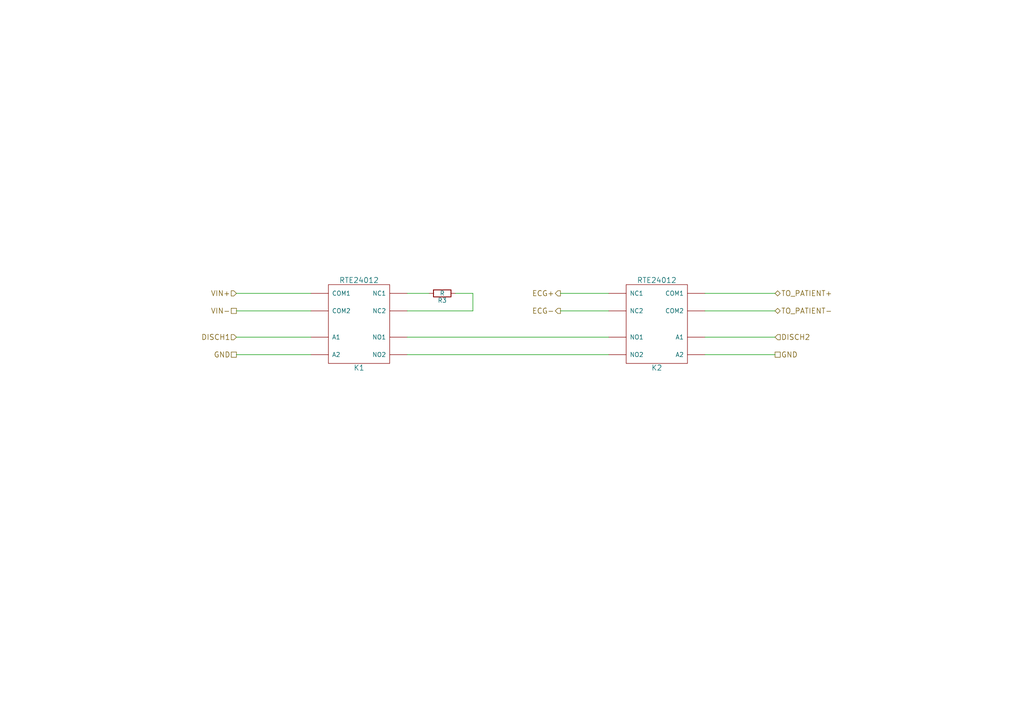
<source format=kicad_sch>
(kicad_sch (version 20231120) (generator "eeschema") (generator_version "8.0")
  (paper "A4")
  (title_block (title "Front End") (date "2016-09-09") (rev "0.1") (comment 1 "AED front end."))
  (lib_symbols
    (symbol "Device:R" (pin_numbers hide) (pin_names (offset 0))
      (property "Reference" "R" (at 2.032 0 90))
      (property "Value" "R" (at 0 0 90))
      (symbol "R_0_1"
        (rectangle (start -1.016 -2.54) (end 1.016 2.54) (stroke (width 0.254)))
      )
      (symbol "R_1_1"
        (pin passive line (at 0 3.81 270) (length 1.27) (name "~") (number "1"))
        (pin passive line (at 0 -3.81 90) (length 1.27) (name "~") (number "2"))
      )
    )
    (symbol "OAED-library:RTE24012" (pin_names (offset 1.016))
      (property "Reference" "K" (at 0 -12.7 0))
      (property "Value" "RTE24012" (at 0 12.7 0))
      (symbol "RTE24012_0_1"
        (rectangle (start -8.89 11.43) (end 8.89 -11.43))
      )
      (symbol "RTE24012_1_1"
        (pin bidirectional line (at -13.97 -3.81 0) (length 5.08) (name "A1") (number "~"))
        (pin bidirectional line (at -13.97 -8.89 0) (length 5.08) (name "A2") (number "~"))
        (pin bidirectional line (at -13.97 8.89 0) (length 5.08) (name "COM1") (number "~"))
        (pin bidirectional line (at -13.97 3.81 0) (length 5.08) (name "COM2") (number "~"))
        (pin bidirectional line (at 13.97 8.89 180) (length 5.08) (name "NC1") (number "~"))
        (pin bidirectional line (at 13.97 3.81 180) (length 5.08) (name "NC2") (number "~"))
        (pin bidirectional line (at 13.97 -3.81 180) (length 5.08) (name "NO1") (number "~"))
        (pin bidirectional line (at 13.97 -8.89 180) (length 5.08) (name "NO2") (number "~"))
      )
    )
  )
  (wire (pts (xy 118.11 97.79) (xy 176.53 97.79)))
  (wire (pts (xy 118.11 90.17) (xy 137.16 90.17)))
  (wire (pts (xy 204.47 85.09) (xy 224.79 85.09)))
  (wire (pts (xy 90.17 90.17) (xy 68.58 90.17)))
  (wire (pts (xy 132.08 85.09) (xy 137.16 85.09)))
  (wire (pts (xy 204.47 90.17) (xy 224.79 90.17)))
  (wire (pts (xy 90.17 97.79) (xy 68.58 97.79)))
  (wire (pts (xy 162.56 85.09) (xy 176.53 85.09)))
  (wire (pts (xy 68.58 102.87) (xy 90.17 102.87)))
  (wire (pts (xy 176.53 102.87) (xy 118.11 102.87)))
  (wire (pts (xy 137.16 85.09) (xy 137.16 90.17)))
  (wire (pts (xy 68.58 85.09) (xy 90.17 85.09)))
  (wire (pts (xy 224.79 97.79) (xy 204.47 97.79)))
  (wire (pts (xy 176.53 90.17) (xy 162.56 90.17)))
  (wire (pts (xy 224.79 102.87) (xy 204.47 102.87)))
  (wire (pts (xy 118.11 85.09) (xy 124.46 85.09)))
  (hierarchical_label "GND" (shape passive) (at 224.79 102.87 0) (effects (font (size 1.524 1.524))))
  (hierarchical_label "DISCH1" (shape input) (at 68.58 97.79 180) (effects (font (size 1.524 1.524))))
  (hierarchical_label "TO_PATIENT+" (shape bidirectional) (at 224.79 85.09 0) (effects (font (size 1.524 1.524))))
  (hierarchical_label "TO_PATIENT-" (shape bidirectional) (at 224.79 90.17 0) (effects (font (size 1.524 1.524))))
  (hierarchical_label "ECG-" (shape output) (at 162.56 90.17 180) (effects (font (size 1.524 1.524))))
  (hierarchical_label "VIN-" (shape passive) (at 68.58 90.17 180) (effects (font (size 1.524 1.524))))
  (hierarchical_label "GND" (shape passive) (at 68.58 102.87 180) (effects (font (size 1.524 1.524))))
  (hierarchical_label "ECG+" (shape output) (at 162.56 85.09 180) (effects (font (size 1.524 1.524))))
  (hierarchical_label "DISCH2" (shape input) (at 224.79 97.79 0) (effects (font (size 1.524 1.524))))
  (hierarchical_label "VIN+" (shape input) (at 68.58 85.09 180) (effects (font (size 1.524 1.524))))
  (symbol (lib_id "OAED-library:RTE24012") (at 104.14 93.98 0) (unit 1)
    (property "Reference" "K1" (at 104.14 106.68 0) (effects (font (size 1.524 1.524))))
    (property "Value" "RTE24012" (at 104.14 81.28 0) (effects (font (size 1.524 1.524))))
  )
  (symbol (lib_id "Device:R") (at 128.27 85.09 270) (unit 1)
    (property "Reference" "R3" (at 128.27 87.122 90))
    (property "Value" "R" (at 128.27 85.09 90))
  )
  (symbol (lib_id "OAED-library:RTE24012") (at 190.5 93.98 0) (mirror y) (unit 1)
    (property "Reference" "K2" (at 190.5 106.68 0) (effects (font (size 1.524 1.524))))
    (property "Value" "RTE24012" (at 190.5 81.28 0) (effects (font (size 1.524 1.524))))
  )
)
</source>
